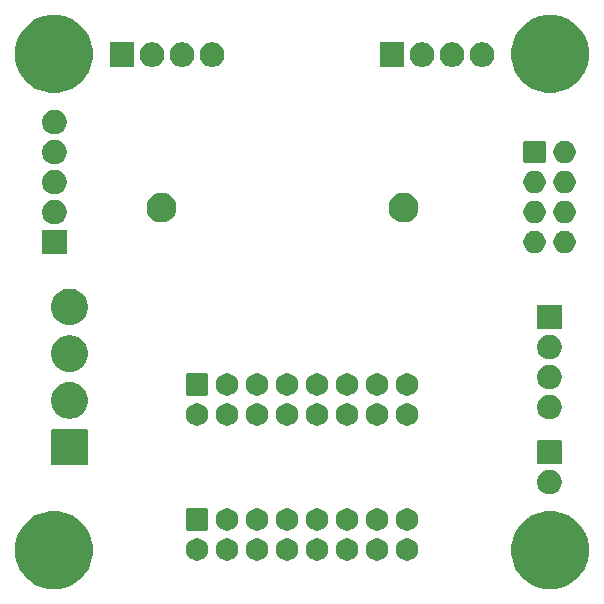
<source format=gbs>
G04 #@! TF.GenerationSoftware,KiCad,Pcbnew,5.1.5+dfsg1-2build2*
G04 #@! TF.CreationDate,2021-05-10T22:18:05+03:00*
G04 #@! TF.ProjectId,HUB75_Clock,48554237-355f-4436-9c6f-636b2e6b6963,rev?*
G04 #@! TF.SameCoordinates,Original*
G04 #@! TF.FileFunction,Soldermask,Bot*
G04 #@! TF.FilePolarity,Negative*
%FSLAX46Y46*%
G04 Gerber Fmt 4.6, Leading zero omitted, Abs format (unit mm)*
G04 Created by KiCad (PCBNEW 5.1.5+dfsg1-2build2) date 2021-05-10 22:18:05*
%MOMM*%
%LPD*%
G04 APERTURE LIST*
%ADD10C,0.100000*%
G04 APERTURE END LIST*
D10*
G36*
X170462865Y-122825855D02*
G01*
X171063608Y-123074691D01*
X171063610Y-123074692D01*
X171604265Y-123435946D01*
X172064054Y-123895735D01*
X172375643Y-124362061D01*
X172425309Y-124436392D01*
X172674145Y-125037135D01*
X172801000Y-125674879D01*
X172801000Y-126325121D01*
X172674145Y-126962865D01*
X172531284Y-127307761D01*
X172425308Y-127563610D01*
X172064054Y-128104265D01*
X171604265Y-128564054D01*
X171063610Y-128925308D01*
X171063609Y-128925309D01*
X171063608Y-128925309D01*
X170462865Y-129174145D01*
X169825121Y-129301000D01*
X169174879Y-129301000D01*
X168537135Y-129174145D01*
X167936392Y-128925309D01*
X167936391Y-128925309D01*
X167936390Y-128925308D01*
X167395735Y-128564054D01*
X166935946Y-128104265D01*
X166574692Y-127563610D01*
X166468716Y-127307761D01*
X166325855Y-126962865D01*
X166199000Y-126325121D01*
X166199000Y-125674879D01*
X166325855Y-125037135D01*
X166574691Y-124436392D01*
X166624357Y-124362061D01*
X166935946Y-123895735D01*
X167395735Y-123435946D01*
X167936390Y-123074692D01*
X167936392Y-123074691D01*
X168537135Y-122825855D01*
X169174879Y-122699000D01*
X169825121Y-122699000D01*
X170462865Y-122825855D01*
G37*
G36*
X128462865Y-122825855D02*
G01*
X129063608Y-123074691D01*
X129063610Y-123074692D01*
X129604265Y-123435946D01*
X130064054Y-123895735D01*
X130375643Y-124362061D01*
X130425309Y-124436392D01*
X130674145Y-125037135D01*
X130801000Y-125674879D01*
X130801000Y-126325121D01*
X130674145Y-126962865D01*
X130531284Y-127307761D01*
X130425308Y-127563610D01*
X130064054Y-128104265D01*
X129604265Y-128564054D01*
X129063610Y-128925308D01*
X129063609Y-128925309D01*
X129063608Y-128925309D01*
X128462865Y-129174145D01*
X127825121Y-129301000D01*
X127174879Y-129301000D01*
X126537135Y-129174145D01*
X125936392Y-128925309D01*
X125936391Y-128925309D01*
X125936390Y-128925308D01*
X125395735Y-128564054D01*
X124935946Y-128104265D01*
X124574692Y-127563610D01*
X124468716Y-127307761D01*
X124325855Y-126962865D01*
X124199000Y-126325121D01*
X124199000Y-125674879D01*
X124325855Y-125037135D01*
X124574691Y-124436392D01*
X124624357Y-124362061D01*
X124935946Y-123895735D01*
X125395735Y-123435946D01*
X125936390Y-123074692D01*
X125936392Y-123074691D01*
X126537135Y-122825855D01*
X127174879Y-122699000D01*
X127825121Y-122699000D01*
X128462865Y-122825855D01*
G37*
G36*
X157667395Y-125040546D02*
G01*
X157840466Y-125112234D01*
X157840467Y-125112235D01*
X157996227Y-125216310D01*
X158128690Y-125348773D01*
X158128691Y-125348775D01*
X158232766Y-125504534D01*
X158304454Y-125677605D01*
X158341000Y-125861333D01*
X158341000Y-126048667D01*
X158304454Y-126232395D01*
X158232766Y-126405466D01*
X158232765Y-126405467D01*
X158128690Y-126561227D01*
X157996227Y-126693690D01*
X157917818Y-126746081D01*
X157840466Y-126797766D01*
X157667395Y-126869454D01*
X157483667Y-126906000D01*
X157296333Y-126906000D01*
X157112605Y-126869454D01*
X156939534Y-126797766D01*
X156862182Y-126746081D01*
X156783773Y-126693690D01*
X156651310Y-126561227D01*
X156547235Y-126405467D01*
X156547234Y-126405466D01*
X156475546Y-126232395D01*
X156439000Y-126048667D01*
X156439000Y-125861333D01*
X156475546Y-125677605D01*
X156547234Y-125504534D01*
X156651309Y-125348775D01*
X156651310Y-125348773D01*
X156783773Y-125216310D01*
X156939533Y-125112235D01*
X156939534Y-125112234D01*
X157112605Y-125040546D01*
X157296333Y-125004000D01*
X157483667Y-125004000D01*
X157667395Y-125040546D01*
G37*
G36*
X150047395Y-125040546D02*
G01*
X150220466Y-125112234D01*
X150220467Y-125112235D01*
X150376227Y-125216310D01*
X150508690Y-125348773D01*
X150508691Y-125348775D01*
X150612766Y-125504534D01*
X150684454Y-125677605D01*
X150721000Y-125861333D01*
X150721000Y-126048667D01*
X150684454Y-126232395D01*
X150612766Y-126405466D01*
X150612765Y-126405467D01*
X150508690Y-126561227D01*
X150376227Y-126693690D01*
X150297818Y-126746081D01*
X150220466Y-126797766D01*
X150047395Y-126869454D01*
X149863667Y-126906000D01*
X149676333Y-126906000D01*
X149492605Y-126869454D01*
X149319534Y-126797766D01*
X149242182Y-126746081D01*
X149163773Y-126693690D01*
X149031310Y-126561227D01*
X148927235Y-126405467D01*
X148927234Y-126405466D01*
X148855546Y-126232395D01*
X148819000Y-126048667D01*
X148819000Y-125861333D01*
X148855546Y-125677605D01*
X148927234Y-125504534D01*
X149031309Y-125348775D01*
X149031310Y-125348773D01*
X149163773Y-125216310D01*
X149319533Y-125112235D01*
X149319534Y-125112234D01*
X149492605Y-125040546D01*
X149676333Y-125004000D01*
X149863667Y-125004000D01*
X150047395Y-125040546D01*
G37*
G36*
X139887395Y-125040546D02*
G01*
X140060466Y-125112234D01*
X140060467Y-125112235D01*
X140216227Y-125216310D01*
X140348690Y-125348773D01*
X140348691Y-125348775D01*
X140452766Y-125504534D01*
X140524454Y-125677605D01*
X140561000Y-125861333D01*
X140561000Y-126048667D01*
X140524454Y-126232395D01*
X140452766Y-126405466D01*
X140452765Y-126405467D01*
X140348690Y-126561227D01*
X140216227Y-126693690D01*
X140137818Y-126746081D01*
X140060466Y-126797766D01*
X139887395Y-126869454D01*
X139703667Y-126906000D01*
X139516333Y-126906000D01*
X139332605Y-126869454D01*
X139159534Y-126797766D01*
X139082182Y-126746081D01*
X139003773Y-126693690D01*
X138871310Y-126561227D01*
X138767235Y-126405467D01*
X138767234Y-126405466D01*
X138695546Y-126232395D01*
X138659000Y-126048667D01*
X138659000Y-125861333D01*
X138695546Y-125677605D01*
X138767234Y-125504534D01*
X138871309Y-125348775D01*
X138871310Y-125348773D01*
X139003773Y-125216310D01*
X139159533Y-125112235D01*
X139159534Y-125112234D01*
X139332605Y-125040546D01*
X139516333Y-125004000D01*
X139703667Y-125004000D01*
X139887395Y-125040546D01*
G37*
G36*
X142427395Y-125040546D02*
G01*
X142600466Y-125112234D01*
X142600467Y-125112235D01*
X142756227Y-125216310D01*
X142888690Y-125348773D01*
X142888691Y-125348775D01*
X142992766Y-125504534D01*
X143064454Y-125677605D01*
X143101000Y-125861333D01*
X143101000Y-126048667D01*
X143064454Y-126232395D01*
X142992766Y-126405466D01*
X142992765Y-126405467D01*
X142888690Y-126561227D01*
X142756227Y-126693690D01*
X142677818Y-126746081D01*
X142600466Y-126797766D01*
X142427395Y-126869454D01*
X142243667Y-126906000D01*
X142056333Y-126906000D01*
X141872605Y-126869454D01*
X141699534Y-126797766D01*
X141622182Y-126746081D01*
X141543773Y-126693690D01*
X141411310Y-126561227D01*
X141307235Y-126405467D01*
X141307234Y-126405466D01*
X141235546Y-126232395D01*
X141199000Y-126048667D01*
X141199000Y-125861333D01*
X141235546Y-125677605D01*
X141307234Y-125504534D01*
X141411309Y-125348775D01*
X141411310Y-125348773D01*
X141543773Y-125216310D01*
X141699533Y-125112235D01*
X141699534Y-125112234D01*
X141872605Y-125040546D01*
X142056333Y-125004000D01*
X142243667Y-125004000D01*
X142427395Y-125040546D01*
G37*
G36*
X144967395Y-125040546D02*
G01*
X145140466Y-125112234D01*
X145140467Y-125112235D01*
X145296227Y-125216310D01*
X145428690Y-125348773D01*
X145428691Y-125348775D01*
X145532766Y-125504534D01*
X145604454Y-125677605D01*
X145641000Y-125861333D01*
X145641000Y-126048667D01*
X145604454Y-126232395D01*
X145532766Y-126405466D01*
X145532765Y-126405467D01*
X145428690Y-126561227D01*
X145296227Y-126693690D01*
X145217818Y-126746081D01*
X145140466Y-126797766D01*
X144967395Y-126869454D01*
X144783667Y-126906000D01*
X144596333Y-126906000D01*
X144412605Y-126869454D01*
X144239534Y-126797766D01*
X144162182Y-126746081D01*
X144083773Y-126693690D01*
X143951310Y-126561227D01*
X143847235Y-126405467D01*
X143847234Y-126405466D01*
X143775546Y-126232395D01*
X143739000Y-126048667D01*
X143739000Y-125861333D01*
X143775546Y-125677605D01*
X143847234Y-125504534D01*
X143951309Y-125348775D01*
X143951310Y-125348773D01*
X144083773Y-125216310D01*
X144239533Y-125112235D01*
X144239534Y-125112234D01*
X144412605Y-125040546D01*
X144596333Y-125004000D01*
X144783667Y-125004000D01*
X144967395Y-125040546D01*
G37*
G36*
X147507395Y-125040546D02*
G01*
X147680466Y-125112234D01*
X147680467Y-125112235D01*
X147836227Y-125216310D01*
X147968690Y-125348773D01*
X147968691Y-125348775D01*
X148072766Y-125504534D01*
X148144454Y-125677605D01*
X148181000Y-125861333D01*
X148181000Y-126048667D01*
X148144454Y-126232395D01*
X148072766Y-126405466D01*
X148072765Y-126405467D01*
X147968690Y-126561227D01*
X147836227Y-126693690D01*
X147757818Y-126746081D01*
X147680466Y-126797766D01*
X147507395Y-126869454D01*
X147323667Y-126906000D01*
X147136333Y-126906000D01*
X146952605Y-126869454D01*
X146779534Y-126797766D01*
X146702182Y-126746081D01*
X146623773Y-126693690D01*
X146491310Y-126561227D01*
X146387235Y-126405467D01*
X146387234Y-126405466D01*
X146315546Y-126232395D01*
X146279000Y-126048667D01*
X146279000Y-125861333D01*
X146315546Y-125677605D01*
X146387234Y-125504534D01*
X146491309Y-125348775D01*
X146491310Y-125348773D01*
X146623773Y-125216310D01*
X146779533Y-125112235D01*
X146779534Y-125112234D01*
X146952605Y-125040546D01*
X147136333Y-125004000D01*
X147323667Y-125004000D01*
X147507395Y-125040546D01*
G37*
G36*
X152587395Y-125040546D02*
G01*
X152760466Y-125112234D01*
X152760467Y-125112235D01*
X152916227Y-125216310D01*
X153048690Y-125348773D01*
X153048691Y-125348775D01*
X153152766Y-125504534D01*
X153224454Y-125677605D01*
X153261000Y-125861333D01*
X153261000Y-126048667D01*
X153224454Y-126232395D01*
X153152766Y-126405466D01*
X153152765Y-126405467D01*
X153048690Y-126561227D01*
X152916227Y-126693690D01*
X152837818Y-126746081D01*
X152760466Y-126797766D01*
X152587395Y-126869454D01*
X152403667Y-126906000D01*
X152216333Y-126906000D01*
X152032605Y-126869454D01*
X151859534Y-126797766D01*
X151782182Y-126746081D01*
X151703773Y-126693690D01*
X151571310Y-126561227D01*
X151467235Y-126405467D01*
X151467234Y-126405466D01*
X151395546Y-126232395D01*
X151359000Y-126048667D01*
X151359000Y-125861333D01*
X151395546Y-125677605D01*
X151467234Y-125504534D01*
X151571309Y-125348775D01*
X151571310Y-125348773D01*
X151703773Y-125216310D01*
X151859533Y-125112235D01*
X151859534Y-125112234D01*
X152032605Y-125040546D01*
X152216333Y-125004000D01*
X152403667Y-125004000D01*
X152587395Y-125040546D01*
G37*
G36*
X155127395Y-125040546D02*
G01*
X155300466Y-125112234D01*
X155300467Y-125112235D01*
X155456227Y-125216310D01*
X155588690Y-125348773D01*
X155588691Y-125348775D01*
X155692766Y-125504534D01*
X155764454Y-125677605D01*
X155801000Y-125861333D01*
X155801000Y-126048667D01*
X155764454Y-126232395D01*
X155692766Y-126405466D01*
X155692765Y-126405467D01*
X155588690Y-126561227D01*
X155456227Y-126693690D01*
X155377818Y-126746081D01*
X155300466Y-126797766D01*
X155127395Y-126869454D01*
X154943667Y-126906000D01*
X154756333Y-126906000D01*
X154572605Y-126869454D01*
X154399534Y-126797766D01*
X154322182Y-126746081D01*
X154243773Y-126693690D01*
X154111310Y-126561227D01*
X154007235Y-126405467D01*
X154007234Y-126405466D01*
X153935546Y-126232395D01*
X153899000Y-126048667D01*
X153899000Y-125861333D01*
X153935546Y-125677605D01*
X154007234Y-125504534D01*
X154111309Y-125348775D01*
X154111310Y-125348773D01*
X154243773Y-125216310D01*
X154399533Y-125112235D01*
X154399534Y-125112234D01*
X154572605Y-125040546D01*
X154756333Y-125004000D01*
X154943667Y-125004000D01*
X155127395Y-125040546D01*
G37*
G36*
X140420723Y-122467939D02*
G01*
X140453280Y-122477815D01*
X140483276Y-122493848D01*
X140509572Y-122515428D01*
X140531152Y-122541724D01*
X140547185Y-122571720D01*
X140557061Y-122604277D01*
X140561000Y-122644269D01*
X140561000Y-124185731D01*
X140557061Y-124225723D01*
X140547185Y-124258280D01*
X140531152Y-124288276D01*
X140509572Y-124314572D01*
X140483276Y-124336152D01*
X140453280Y-124352185D01*
X140420723Y-124362061D01*
X140380731Y-124366000D01*
X138839269Y-124366000D01*
X138799277Y-124362061D01*
X138766720Y-124352185D01*
X138736724Y-124336152D01*
X138710428Y-124314572D01*
X138688848Y-124288276D01*
X138672815Y-124258280D01*
X138662939Y-124225723D01*
X138659000Y-124185731D01*
X138659000Y-122644269D01*
X138662939Y-122604277D01*
X138672815Y-122571720D01*
X138688848Y-122541724D01*
X138710428Y-122515428D01*
X138736724Y-122493848D01*
X138766720Y-122477815D01*
X138799277Y-122467939D01*
X138839269Y-122464000D01*
X140380731Y-122464000D01*
X140420723Y-122467939D01*
G37*
G36*
X142427395Y-122500546D02*
G01*
X142600466Y-122572234D01*
X142677818Y-122623919D01*
X142756227Y-122676310D01*
X142888690Y-122808773D01*
X142888691Y-122808775D01*
X142992766Y-122964534D01*
X143064454Y-123137605D01*
X143101000Y-123321333D01*
X143101000Y-123508667D01*
X143064454Y-123692395D01*
X142992766Y-123865466D01*
X142992765Y-123865467D01*
X142888690Y-124021227D01*
X142756227Y-124153690D01*
X142708274Y-124185731D01*
X142600466Y-124257766D01*
X142427395Y-124329454D01*
X142243667Y-124366000D01*
X142056333Y-124366000D01*
X141872605Y-124329454D01*
X141699534Y-124257766D01*
X141591726Y-124185731D01*
X141543773Y-124153690D01*
X141411310Y-124021227D01*
X141307235Y-123865467D01*
X141307234Y-123865466D01*
X141235546Y-123692395D01*
X141199000Y-123508667D01*
X141199000Y-123321333D01*
X141235546Y-123137605D01*
X141307234Y-122964534D01*
X141411309Y-122808775D01*
X141411310Y-122808773D01*
X141543773Y-122676310D01*
X141622182Y-122623919D01*
X141699534Y-122572234D01*
X141872605Y-122500546D01*
X142056333Y-122464000D01*
X142243667Y-122464000D01*
X142427395Y-122500546D01*
G37*
G36*
X144967395Y-122500546D02*
G01*
X145140466Y-122572234D01*
X145217818Y-122623919D01*
X145296227Y-122676310D01*
X145428690Y-122808773D01*
X145428691Y-122808775D01*
X145532766Y-122964534D01*
X145604454Y-123137605D01*
X145641000Y-123321333D01*
X145641000Y-123508667D01*
X145604454Y-123692395D01*
X145532766Y-123865466D01*
X145532765Y-123865467D01*
X145428690Y-124021227D01*
X145296227Y-124153690D01*
X145248274Y-124185731D01*
X145140466Y-124257766D01*
X144967395Y-124329454D01*
X144783667Y-124366000D01*
X144596333Y-124366000D01*
X144412605Y-124329454D01*
X144239534Y-124257766D01*
X144131726Y-124185731D01*
X144083773Y-124153690D01*
X143951310Y-124021227D01*
X143847235Y-123865467D01*
X143847234Y-123865466D01*
X143775546Y-123692395D01*
X143739000Y-123508667D01*
X143739000Y-123321333D01*
X143775546Y-123137605D01*
X143847234Y-122964534D01*
X143951309Y-122808775D01*
X143951310Y-122808773D01*
X144083773Y-122676310D01*
X144162182Y-122623919D01*
X144239534Y-122572234D01*
X144412605Y-122500546D01*
X144596333Y-122464000D01*
X144783667Y-122464000D01*
X144967395Y-122500546D01*
G37*
G36*
X147507395Y-122500546D02*
G01*
X147680466Y-122572234D01*
X147757818Y-122623919D01*
X147836227Y-122676310D01*
X147968690Y-122808773D01*
X147968691Y-122808775D01*
X148072766Y-122964534D01*
X148144454Y-123137605D01*
X148181000Y-123321333D01*
X148181000Y-123508667D01*
X148144454Y-123692395D01*
X148072766Y-123865466D01*
X148072765Y-123865467D01*
X147968690Y-124021227D01*
X147836227Y-124153690D01*
X147788274Y-124185731D01*
X147680466Y-124257766D01*
X147507395Y-124329454D01*
X147323667Y-124366000D01*
X147136333Y-124366000D01*
X146952605Y-124329454D01*
X146779534Y-124257766D01*
X146671726Y-124185731D01*
X146623773Y-124153690D01*
X146491310Y-124021227D01*
X146387235Y-123865467D01*
X146387234Y-123865466D01*
X146315546Y-123692395D01*
X146279000Y-123508667D01*
X146279000Y-123321333D01*
X146315546Y-123137605D01*
X146387234Y-122964534D01*
X146491309Y-122808775D01*
X146491310Y-122808773D01*
X146623773Y-122676310D01*
X146702182Y-122623919D01*
X146779534Y-122572234D01*
X146952605Y-122500546D01*
X147136333Y-122464000D01*
X147323667Y-122464000D01*
X147507395Y-122500546D01*
G37*
G36*
X150047395Y-122500546D02*
G01*
X150220466Y-122572234D01*
X150297818Y-122623919D01*
X150376227Y-122676310D01*
X150508690Y-122808773D01*
X150508691Y-122808775D01*
X150612766Y-122964534D01*
X150684454Y-123137605D01*
X150721000Y-123321333D01*
X150721000Y-123508667D01*
X150684454Y-123692395D01*
X150612766Y-123865466D01*
X150612765Y-123865467D01*
X150508690Y-124021227D01*
X150376227Y-124153690D01*
X150328274Y-124185731D01*
X150220466Y-124257766D01*
X150047395Y-124329454D01*
X149863667Y-124366000D01*
X149676333Y-124366000D01*
X149492605Y-124329454D01*
X149319534Y-124257766D01*
X149211726Y-124185731D01*
X149163773Y-124153690D01*
X149031310Y-124021227D01*
X148927235Y-123865467D01*
X148927234Y-123865466D01*
X148855546Y-123692395D01*
X148819000Y-123508667D01*
X148819000Y-123321333D01*
X148855546Y-123137605D01*
X148927234Y-122964534D01*
X149031309Y-122808775D01*
X149031310Y-122808773D01*
X149163773Y-122676310D01*
X149242182Y-122623919D01*
X149319534Y-122572234D01*
X149492605Y-122500546D01*
X149676333Y-122464000D01*
X149863667Y-122464000D01*
X150047395Y-122500546D01*
G37*
G36*
X152587395Y-122500546D02*
G01*
X152760466Y-122572234D01*
X152837818Y-122623919D01*
X152916227Y-122676310D01*
X153048690Y-122808773D01*
X153048691Y-122808775D01*
X153152766Y-122964534D01*
X153224454Y-123137605D01*
X153261000Y-123321333D01*
X153261000Y-123508667D01*
X153224454Y-123692395D01*
X153152766Y-123865466D01*
X153152765Y-123865467D01*
X153048690Y-124021227D01*
X152916227Y-124153690D01*
X152868274Y-124185731D01*
X152760466Y-124257766D01*
X152587395Y-124329454D01*
X152403667Y-124366000D01*
X152216333Y-124366000D01*
X152032605Y-124329454D01*
X151859534Y-124257766D01*
X151751726Y-124185731D01*
X151703773Y-124153690D01*
X151571310Y-124021227D01*
X151467235Y-123865467D01*
X151467234Y-123865466D01*
X151395546Y-123692395D01*
X151359000Y-123508667D01*
X151359000Y-123321333D01*
X151395546Y-123137605D01*
X151467234Y-122964534D01*
X151571309Y-122808775D01*
X151571310Y-122808773D01*
X151703773Y-122676310D01*
X151782182Y-122623919D01*
X151859534Y-122572234D01*
X152032605Y-122500546D01*
X152216333Y-122464000D01*
X152403667Y-122464000D01*
X152587395Y-122500546D01*
G37*
G36*
X155127395Y-122500546D02*
G01*
X155300466Y-122572234D01*
X155377818Y-122623919D01*
X155456227Y-122676310D01*
X155588690Y-122808773D01*
X155588691Y-122808775D01*
X155692766Y-122964534D01*
X155764454Y-123137605D01*
X155801000Y-123321333D01*
X155801000Y-123508667D01*
X155764454Y-123692395D01*
X155692766Y-123865466D01*
X155692765Y-123865467D01*
X155588690Y-124021227D01*
X155456227Y-124153690D01*
X155408274Y-124185731D01*
X155300466Y-124257766D01*
X155127395Y-124329454D01*
X154943667Y-124366000D01*
X154756333Y-124366000D01*
X154572605Y-124329454D01*
X154399534Y-124257766D01*
X154291726Y-124185731D01*
X154243773Y-124153690D01*
X154111310Y-124021227D01*
X154007235Y-123865467D01*
X154007234Y-123865466D01*
X153935546Y-123692395D01*
X153899000Y-123508667D01*
X153899000Y-123321333D01*
X153935546Y-123137605D01*
X154007234Y-122964534D01*
X154111309Y-122808775D01*
X154111310Y-122808773D01*
X154243773Y-122676310D01*
X154322182Y-122623919D01*
X154399534Y-122572234D01*
X154572605Y-122500546D01*
X154756333Y-122464000D01*
X154943667Y-122464000D01*
X155127395Y-122500546D01*
G37*
G36*
X157667395Y-122500546D02*
G01*
X157840466Y-122572234D01*
X157917818Y-122623919D01*
X157996227Y-122676310D01*
X158128690Y-122808773D01*
X158128691Y-122808775D01*
X158232766Y-122964534D01*
X158304454Y-123137605D01*
X158341000Y-123321333D01*
X158341000Y-123508667D01*
X158304454Y-123692395D01*
X158232766Y-123865466D01*
X158232765Y-123865467D01*
X158128690Y-124021227D01*
X157996227Y-124153690D01*
X157948274Y-124185731D01*
X157840466Y-124257766D01*
X157667395Y-124329454D01*
X157483667Y-124366000D01*
X157296333Y-124366000D01*
X157112605Y-124329454D01*
X156939534Y-124257766D01*
X156831726Y-124185731D01*
X156783773Y-124153690D01*
X156651310Y-124021227D01*
X156547235Y-123865467D01*
X156547234Y-123865466D01*
X156475546Y-123692395D01*
X156439000Y-123508667D01*
X156439000Y-123321333D01*
X156475546Y-123137605D01*
X156547234Y-122964534D01*
X156651309Y-122808775D01*
X156651310Y-122808773D01*
X156783773Y-122676310D01*
X156862182Y-122623919D01*
X156939534Y-122572234D01*
X157112605Y-122500546D01*
X157296333Y-122464000D01*
X157483667Y-122464000D01*
X157667395Y-122500546D01*
G37*
G36*
X169761564Y-119229389D02*
G01*
X169952833Y-119308615D01*
X169952835Y-119308616D01*
X170124973Y-119423635D01*
X170271365Y-119570027D01*
X170386385Y-119742167D01*
X170465611Y-119933436D01*
X170506000Y-120136484D01*
X170506000Y-120343516D01*
X170465611Y-120546564D01*
X170386385Y-120737833D01*
X170386384Y-120737835D01*
X170271365Y-120909973D01*
X170124973Y-121056365D01*
X169952835Y-121171384D01*
X169952834Y-121171385D01*
X169952833Y-121171385D01*
X169761564Y-121250611D01*
X169558516Y-121291000D01*
X169351484Y-121291000D01*
X169148436Y-121250611D01*
X168957167Y-121171385D01*
X168957166Y-121171385D01*
X168957165Y-121171384D01*
X168785027Y-121056365D01*
X168638635Y-120909973D01*
X168523616Y-120737835D01*
X168523615Y-120737833D01*
X168444389Y-120546564D01*
X168404000Y-120343516D01*
X168404000Y-120136484D01*
X168444389Y-119933436D01*
X168523615Y-119742167D01*
X168638635Y-119570027D01*
X168785027Y-119423635D01*
X168957165Y-119308616D01*
X168957167Y-119308615D01*
X169148436Y-119229389D01*
X169351484Y-119189000D01*
X169558516Y-119189000D01*
X169761564Y-119229389D01*
G37*
G36*
X130242555Y-115742537D02*
G01*
X130271188Y-115751223D01*
X130297572Y-115765326D01*
X130320697Y-115784303D01*
X130339674Y-115807428D01*
X130353777Y-115833812D01*
X130362463Y-115862445D01*
X130366000Y-115898356D01*
X130366000Y-118681644D01*
X130362463Y-118717555D01*
X130353777Y-118746188D01*
X130339674Y-118772572D01*
X130320697Y-118795697D01*
X130297572Y-118814674D01*
X130271188Y-118828777D01*
X130242555Y-118837463D01*
X130206644Y-118841000D01*
X127423356Y-118841000D01*
X127387445Y-118837463D01*
X127358812Y-118828777D01*
X127332428Y-118814674D01*
X127309303Y-118795697D01*
X127290326Y-118772572D01*
X127276223Y-118746188D01*
X127267537Y-118717555D01*
X127264000Y-118681644D01*
X127264000Y-115898356D01*
X127267537Y-115862445D01*
X127276223Y-115833812D01*
X127290326Y-115807428D01*
X127309303Y-115784303D01*
X127332428Y-115765326D01*
X127358812Y-115751223D01*
X127387445Y-115742537D01*
X127423356Y-115739000D01*
X130206644Y-115739000D01*
X130242555Y-115742537D01*
G37*
G36*
X170343346Y-116653473D02*
G01*
X170381119Y-116664931D01*
X170415920Y-116683533D01*
X170446429Y-116708571D01*
X170471467Y-116739080D01*
X170490069Y-116773881D01*
X170501527Y-116811654D01*
X170506000Y-116857068D01*
X170506000Y-118542932D01*
X170501527Y-118588346D01*
X170490069Y-118626119D01*
X170471467Y-118660920D01*
X170446429Y-118691429D01*
X170415920Y-118716467D01*
X170381119Y-118735069D01*
X170343346Y-118746527D01*
X170297932Y-118751000D01*
X168612068Y-118751000D01*
X168566654Y-118746527D01*
X168528881Y-118735069D01*
X168494080Y-118716467D01*
X168463571Y-118691429D01*
X168438533Y-118660920D01*
X168419931Y-118626119D01*
X168408473Y-118588346D01*
X168404000Y-118542932D01*
X168404000Y-116857068D01*
X168408473Y-116811654D01*
X168419931Y-116773881D01*
X168438533Y-116739080D01*
X168463571Y-116708571D01*
X168494080Y-116683533D01*
X168528881Y-116664931D01*
X168566654Y-116653473D01*
X168612068Y-116649000D01*
X170297932Y-116649000D01*
X170343346Y-116653473D01*
G37*
G36*
X155127395Y-113610546D02*
G01*
X155300466Y-113682234D01*
X155300467Y-113682235D01*
X155456227Y-113786310D01*
X155588690Y-113918773D01*
X155588691Y-113918775D01*
X155692766Y-114074534D01*
X155764454Y-114247605D01*
X155801000Y-114431333D01*
X155801000Y-114618667D01*
X155764454Y-114802395D01*
X155692766Y-114975466D01*
X155692765Y-114975467D01*
X155588690Y-115131227D01*
X155456227Y-115263690D01*
X155377818Y-115316081D01*
X155300466Y-115367766D01*
X155127395Y-115439454D01*
X154943667Y-115476000D01*
X154756333Y-115476000D01*
X154572605Y-115439454D01*
X154399534Y-115367766D01*
X154322182Y-115316081D01*
X154243773Y-115263690D01*
X154111310Y-115131227D01*
X154007235Y-114975467D01*
X154007234Y-114975466D01*
X153935546Y-114802395D01*
X153899000Y-114618667D01*
X153899000Y-114431333D01*
X153935546Y-114247605D01*
X154007234Y-114074534D01*
X154111309Y-113918775D01*
X154111310Y-113918773D01*
X154243773Y-113786310D01*
X154399533Y-113682235D01*
X154399534Y-113682234D01*
X154572605Y-113610546D01*
X154756333Y-113574000D01*
X154943667Y-113574000D01*
X155127395Y-113610546D01*
G37*
G36*
X152587395Y-113610546D02*
G01*
X152760466Y-113682234D01*
X152760467Y-113682235D01*
X152916227Y-113786310D01*
X153048690Y-113918773D01*
X153048691Y-113918775D01*
X153152766Y-114074534D01*
X153224454Y-114247605D01*
X153261000Y-114431333D01*
X153261000Y-114618667D01*
X153224454Y-114802395D01*
X153152766Y-114975466D01*
X153152765Y-114975467D01*
X153048690Y-115131227D01*
X152916227Y-115263690D01*
X152837818Y-115316081D01*
X152760466Y-115367766D01*
X152587395Y-115439454D01*
X152403667Y-115476000D01*
X152216333Y-115476000D01*
X152032605Y-115439454D01*
X151859534Y-115367766D01*
X151782182Y-115316081D01*
X151703773Y-115263690D01*
X151571310Y-115131227D01*
X151467235Y-114975467D01*
X151467234Y-114975466D01*
X151395546Y-114802395D01*
X151359000Y-114618667D01*
X151359000Y-114431333D01*
X151395546Y-114247605D01*
X151467234Y-114074534D01*
X151571309Y-113918775D01*
X151571310Y-113918773D01*
X151703773Y-113786310D01*
X151859533Y-113682235D01*
X151859534Y-113682234D01*
X152032605Y-113610546D01*
X152216333Y-113574000D01*
X152403667Y-113574000D01*
X152587395Y-113610546D01*
G37*
G36*
X157667395Y-113610546D02*
G01*
X157840466Y-113682234D01*
X157840467Y-113682235D01*
X157996227Y-113786310D01*
X158128690Y-113918773D01*
X158128691Y-113918775D01*
X158232766Y-114074534D01*
X158304454Y-114247605D01*
X158341000Y-114431333D01*
X158341000Y-114618667D01*
X158304454Y-114802395D01*
X158232766Y-114975466D01*
X158232765Y-114975467D01*
X158128690Y-115131227D01*
X157996227Y-115263690D01*
X157917818Y-115316081D01*
X157840466Y-115367766D01*
X157667395Y-115439454D01*
X157483667Y-115476000D01*
X157296333Y-115476000D01*
X157112605Y-115439454D01*
X156939534Y-115367766D01*
X156862182Y-115316081D01*
X156783773Y-115263690D01*
X156651310Y-115131227D01*
X156547235Y-114975467D01*
X156547234Y-114975466D01*
X156475546Y-114802395D01*
X156439000Y-114618667D01*
X156439000Y-114431333D01*
X156475546Y-114247605D01*
X156547234Y-114074534D01*
X156651309Y-113918775D01*
X156651310Y-113918773D01*
X156783773Y-113786310D01*
X156939533Y-113682235D01*
X156939534Y-113682234D01*
X157112605Y-113610546D01*
X157296333Y-113574000D01*
X157483667Y-113574000D01*
X157667395Y-113610546D01*
G37*
G36*
X150047395Y-113610546D02*
G01*
X150220466Y-113682234D01*
X150220467Y-113682235D01*
X150376227Y-113786310D01*
X150508690Y-113918773D01*
X150508691Y-113918775D01*
X150612766Y-114074534D01*
X150684454Y-114247605D01*
X150721000Y-114431333D01*
X150721000Y-114618667D01*
X150684454Y-114802395D01*
X150612766Y-114975466D01*
X150612765Y-114975467D01*
X150508690Y-115131227D01*
X150376227Y-115263690D01*
X150297818Y-115316081D01*
X150220466Y-115367766D01*
X150047395Y-115439454D01*
X149863667Y-115476000D01*
X149676333Y-115476000D01*
X149492605Y-115439454D01*
X149319534Y-115367766D01*
X149242182Y-115316081D01*
X149163773Y-115263690D01*
X149031310Y-115131227D01*
X148927235Y-114975467D01*
X148927234Y-114975466D01*
X148855546Y-114802395D01*
X148819000Y-114618667D01*
X148819000Y-114431333D01*
X148855546Y-114247605D01*
X148927234Y-114074534D01*
X149031309Y-113918775D01*
X149031310Y-113918773D01*
X149163773Y-113786310D01*
X149319533Y-113682235D01*
X149319534Y-113682234D01*
X149492605Y-113610546D01*
X149676333Y-113574000D01*
X149863667Y-113574000D01*
X150047395Y-113610546D01*
G37*
G36*
X147507395Y-113610546D02*
G01*
X147680466Y-113682234D01*
X147680467Y-113682235D01*
X147836227Y-113786310D01*
X147968690Y-113918773D01*
X147968691Y-113918775D01*
X148072766Y-114074534D01*
X148144454Y-114247605D01*
X148181000Y-114431333D01*
X148181000Y-114618667D01*
X148144454Y-114802395D01*
X148072766Y-114975466D01*
X148072765Y-114975467D01*
X147968690Y-115131227D01*
X147836227Y-115263690D01*
X147757818Y-115316081D01*
X147680466Y-115367766D01*
X147507395Y-115439454D01*
X147323667Y-115476000D01*
X147136333Y-115476000D01*
X146952605Y-115439454D01*
X146779534Y-115367766D01*
X146702182Y-115316081D01*
X146623773Y-115263690D01*
X146491310Y-115131227D01*
X146387235Y-114975467D01*
X146387234Y-114975466D01*
X146315546Y-114802395D01*
X146279000Y-114618667D01*
X146279000Y-114431333D01*
X146315546Y-114247605D01*
X146387234Y-114074534D01*
X146491309Y-113918775D01*
X146491310Y-113918773D01*
X146623773Y-113786310D01*
X146779533Y-113682235D01*
X146779534Y-113682234D01*
X146952605Y-113610546D01*
X147136333Y-113574000D01*
X147323667Y-113574000D01*
X147507395Y-113610546D01*
G37*
G36*
X144967395Y-113610546D02*
G01*
X145140466Y-113682234D01*
X145140467Y-113682235D01*
X145296227Y-113786310D01*
X145428690Y-113918773D01*
X145428691Y-113918775D01*
X145532766Y-114074534D01*
X145604454Y-114247605D01*
X145641000Y-114431333D01*
X145641000Y-114618667D01*
X145604454Y-114802395D01*
X145532766Y-114975466D01*
X145532765Y-114975467D01*
X145428690Y-115131227D01*
X145296227Y-115263690D01*
X145217818Y-115316081D01*
X145140466Y-115367766D01*
X144967395Y-115439454D01*
X144783667Y-115476000D01*
X144596333Y-115476000D01*
X144412605Y-115439454D01*
X144239534Y-115367766D01*
X144162182Y-115316081D01*
X144083773Y-115263690D01*
X143951310Y-115131227D01*
X143847235Y-114975467D01*
X143847234Y-114975466D01*
X143775546Y-114802395D01*
X143739000Y-114618667D01*
X143739000Y-114431333D01*
X143775546Y-114247605D01*
X143847234Y-114074534D01*
X143951309Y-113918775D01*
X143951310Y-113918773D01*
X144083773Y-113786310D01*
X144239533Y-113682235D01*
X144239534Y-113682234D01*
X144412605Y-113610546D01*
X144596333Y-113574000D01*
X144783667Y-113574000D01*
X144967395Y-113610546D01*
G37*
G36*
X142427395Y-113610546D02*
G01*
X142600466Y-113682234D01*
X142600467Y-113682235D01*
X142756227Y-113786310D01*
X142888690Y-113918773D01*
X142888691Y-113918775D01*
X142992766Y-114074534D01*
X143064454Y-114247605D01*
X143101000Y-114431333D01*
X143101000Y-114618667D01*
X143064454Y-114802395D01*
X142992766Y-114975466D01*
X142992765Y-114975467D01*
X142888690Y-115131227D01*
X142756227Y-115263690D01*
X142677818Y-115316081D01*
X142600466Y-115367766D01*
X142427395Y-115439454D01*
X142243667Y-115476000D01*
X142056333Y-115476000D01*
X141872605Y-115439454D01*
X141699534Y-115367766D01*
X141622182Y-115316081D01*
X141543773Y-115263690D01*
X141411310Y-115131227D01*
X141307235Y-114975467D01*
X141307234Y-114975466D01*
X141235546Y-114802395D01*
X141199000Y-114618667D01*
X141199000Y-114431333D01*
X141235546Y-114247605D01*
X141307234Y-114074534D01*
X141411309Y-113918775D01*
X141411310Y-113918773D01*
X141543773Y-113786310D01*
X141699533Y-113682235D01*
X141699534Y-113682234D01*
X141872605Y-113610546D01*
X142056333Y-113574000D01*
X142243667Y-113574000D01*
X142427395Y-113610546D01*
G37*
G36*
X139887395Y-113610546D02*
G01*
X140060466Y-113682234D01*
X140060467Y-113682235D01*
X140216227Y-113786310D01*
X140348690Y-113918773D01*
X140348691Y-113918775D01*
X140452766Y-114074534D01*
X140524454Y-114247605D01*
X140561000Y-114431333D01*
X140561000Y-114618667D01*
X140524454Y-114802395D01*
X140452766Y-114975466D01*
X140452765Y-114975467D01*
X140348690Y-115131227D01*
X140216227Y-115263690D01*
X140137818Y-115316081D01*
X140060466Y-115367766D01*
X139887395Y-115439454D01*
X139703667Y-115476000D01*
X139516333Y-115476000D01*
X139332605Y-115439454D01*
X139159534Y-115367766D01*
X139082182Y-115316081D01*
X139003773Y-115263690D01*
X138871310Y-115131227D01*
X138767235Y-114975467D01*
X138767234Y-114975466D01*
X138695546Y-114802395D01*
X138659000Y-114618667D01*
X138659000Y-114431333D01*
X138695546Y-114247605D01*
X138767234Y-114074534D01*
X138871309Y-113918775D01*
X138871310Y-113918773D01*
X139003773Y-113786310D01*
X139159533Y-113682235D01*
X139159534Y-113682234D01*
X139332605Y-113610546D01*
X139516333Y-113574000D01*
X139703667Y-113574000D01*
X139887395Y-113610546D01*
G37*
G36*
X169761564Y-112879389D02*
G01*
X169898235Y-112936000D01*
X169952835Y-112958616D01*
X170124973Y-113073635D01*
X170271365Y-113220027D01*
X170386385Y-113392167D01*
X170465611Y-113583436D01*
X170506000Y-113786484D01*
X170506000Y-113993516D01*
X170465611Y-114196564D01*
X170386385Y-114387833D01*
X170386384Y-114387835D01*
X170271365Y-114559973D01*
X170124973Y-114706365D01*
X169952835Y-114821384D01*
X169952834Y-114821385D01*
X169952833Y-114821385D01*
X169761564Y-114900611D01*
X169558516Y-114941000D01*
X169351484Y-114941000D01*
X169148436Y-114900611D01*
X168957167Y-114821385D01*
X168957166Y-114821385D01*
X168957165Y-114821384D01*
X168785027Y-114706365D01*
X168638635Y-114559973D01*
X168523616Y-114387835D01*
X168523615Y-114387833D01*
X168444389Y-114196564D01*
X168404000Y-113993516D01*
X168404000Y-113786484D01*
X168444389Y-113583436D01*
X168523615Y-113392167D01*
X168638635Y-113220027D01*
X168785027Y-113073635D01*
X168957165Y-112958616D01*
X169011765Y-112936000D01*
X169148436Y-112879389D01*
X169351484Y-112839000D01*
X169558516Y-112839000D01*
X169761564Y-112879389D01*
G37*
G36*
X129117585Y-111808802D02*
G01*
X129267410Y-111838604D01*
X129549674Y-111955521D01*
X129803705Y-112125259D01*
X130019741Y-112341295D01*
X130189479Y-112595326D01*
X130306396Y-112877590D01*
X130366000Y-113177240D01*
X130366000Y-113482760D01*
X130306396Y-113782410D01*
X130189479Y-114064674D01*
X130019741Y-114318705D01*
X129803705Y-114534741D01*
X129549674Y-114704479D01*
X129267410Y-114821396D01*
X129117585Y-114851198D01*
X128967761Y-114881000D01*
X128662239Y-114881000D01*
X128512415Y-114851198D01*
X128362590Y-114821396D01*
X128080326Y-114704479D01*
X127826295Y-114534741D01*
X127610259Y-114318705D01*
X127440521Y-114064674D01*
X127323604Y-113782410D01*
X127264000Y-113482760D01*
X127264000Y-113177240D01*
X127323604Y-112877590D01*
X127440521Y-112595326D01*
X127610259Y-112341295D01*
X127826295Y-112125259D01*
X128080326Y-111955521D01*
X128362590Y-111838604D01*
X128512415Y-111808802D01*
X128662239Y-111779000D01*
X128967761Y-111779000D01*
X129117585Y-111808802D01*
G37*
G36*
X150047395Y-111070546D02*
G01*
X150220466Y-111142234D01*
X150297818Y-111193919D01*
X150376227Y-111246310D01*
X150508690Y-111378773D01*
X150508691Y-111378775D01*
X150612766Y-111534534D01*
X150684454Y-111707605D01*
X150721000Y-111891333D01*
X150721000Y-112078667D01*
X150684454Y-112262395D01*
X150612766Y-112435466D01*
X150612765Y-112435467D01*
X150508690Y-112591227D01*
X150376227Y-112723690D01*
X150328274Y-112755731D01*
X150220466Y-112827766D01*
X150047395Y-112899454D01*
X149863667Y-112936000D01*
X149676333Y-112936000D01*
X149492605Y-112899454D01*
X149319534Y-112827766D01*
X149211726Y-112755731D01*
X149163773Y-112723690D01*
X149031310Y-112591227D01*
X148927235Y-112435467D01*
X148927234Y-112435466D01*
X148855546Y-112262395D01*
X148819000Y-112078667D01*
X148819000Y-111891333D01*
X148855546Y-111707605D01*
X148927234Y-111534534D01*
X149031309Y-111378775D01*
X149031310Y-111378773D01*
X149163773Y-111246310D01*
X149242182Y-111193919D01*
X149319534Y-111142234D01*
X149492605Y-111070546D01*
X149676333Y-111034000D01*
X149863667Y-111034000D01*
X150047395Y-111070546D01*
G37*
G36*
X152587395Y-111070546D02*
G01*
X152760466Y-111142234D01*
X152837818Y-111193919D01*
X152916227Y-111246310D01*
X153048690Y-111378773D01*
X153048691Y-111378775D01*
X153152766Y-111534534D01*
X153224454Y-111707605D01*
X153261000Y-111891333D01*
X153261000Y-112078667D01*
X153224454Y-112262395D01*
X153152766Y-112435466D01*
X153152765Y-112435467D01*
X153048690Y-112591227D01*
X152916227Y-112723690D01*
X152868274Y-112755731D01*
X152760466Y-112827766D01*
X152587395Y-112899454D01*
X152403667Y-112936000D01*
X152216333Y-112936000D01*
X152032605Y-112899454D01*
X151859534Y-112827766D01*
X151751726Y-112755731D01*
X151703773Y-112723690D01*
X151571310Y-112591227D01*
X151467235Y-112435467D01*
X151467234Y-112435466D01*
X151395546Y-112262395D01*
X151359000Y-112078667D01*
X151359000Y-111891333D01*
X151395546Y-111707605D01*
X151467234Y-111534534D01*
X151571309Y-111378775D01*
X151571310Y-111378773D01*
X151703773Y-111246310D01*
X151782182Y-111193919D01*
X151859534Y-111142234D01*
X152032605Y-111070546D01*
X152216333Y-111034000D01*
X152403667Y-111034000D01*
X152587395Y-111070546D01*
G37*
G36*
X155127395Y-111070546D02*
G01*
X155300466Y-111142234D01*
X155377818Y-111193919D01*
X155456227Y-111246310D01*
X155588690Y-111378773D01*
X155588691Y-111378775D01*
X155692766Y-111534534D01*
X155764454Y-111707605D01*
X155801000Y-111891333D01*
X155801000Y-112078667D01*
X155764454Y-112262395D01*
X155692766Y-112435466D01*
X155692765Y-112435467D01*
X155588690Y-112591227D01*
X155456227Y-112723690D01*
X155408274Y-112755731D01*
X155300466Y-112827766D01*
X155127395Y-112899454D01*
X154943667Y-112936000D01*
X154756333Y-112936000D01*
X154572605Y-112899454D01*
X154399534Y-112827766D01*
X154291726Y-112755731D01*
X154243773Y-112723690D01*
X154111310Y-112591227D01*
X154007235Y-112435467D01*
X154007234Y-112435466D01*
X153935546Y-112262395D01*
X153899000Y-112078667D01*
X153899000Y-111891333D01*
X153935546Y-111707605D01*
X154007234Y-111534534D01*
X154111309Y-111378775D01*
X154111310Y-111378773D01*
X154243773Y-111246310D01*
X154322182Y-111193919D01*
X154399534Y-111142234D01*
X154572605Y-111070546D01*
X154756333Y-111034000D01*
X154943667Y-111034000D01*
X155127395Y-111070546D01*
G37*
G36*
X142427395Y-111070546D02*
G01*
X142600466Y-111142234D01*
X142677818Y-111193919D01*
X142756227Y-111246310D01*
X142888690Y-111378773D01*
X142888691Y-111378775D01*
X142992766Y-111534534D01*
X143064454Y-111707605D01*
X143101000Y-111891333D01*
X143101000Y-112078667D01*
X143064454Y-112262395D01*
X142992766Y-112435466D01*
X142992765Y-112435467D01*
X142888690Y-112591227D01*
X142756227Y-112723690D01*
X142708274Y-112755731D01*
X142600466Y-112827766D01*
X142427395Y-112899454D01*
X142243667Y-112936000D01*
X142056333Y-112936000D01*
X141872605Y-112899454D01*
X141699534Y-112827766D01*
X141591726Y-112755731D01*
X141543773Y-112723690D01*
X141411310Y-112591227D01*
X141307235Y-112435467D01*
X141307234Y-112435466D01*
X141235546Y-112262395D01*
X141199000Y-112078667D01*
X141199000Y-111891333D01*
X141235546Y-111707605D01*
X141307234Y-111534534D01*
X141411309Y-111378775D01*
X141411310Y-111378773D01*
X141543773Y-111246310D01*
X141622182Y-111193919D01*
X141699534Y-111142234D01*
X141872605Y-111070546D01*
X142056333Y-111034000D01*
X142243667Y-111034000D01*
X142427395Y-111070546D01*
G37*
G36*
X140420723Y-111037939D02*
G01*
X140453280Y-111047815D01*
X140483276Y-111063848D01*
X140509572Y-111085428D01*
X140531152Y-111111724D01*
X140547185Y-111141720D01*
X140557061Y-111174277D01*
X140561000Y-111214269D01*
X140561000Y-112755731D01*
X140557061Y-112795723D01*
X140547185Y-112828280D01*
X140531152Y-112858276D01*
X140509572Y-112884572D01*
X140483276Y-112906152D01*
X140453280Y-112922185D01*
X140420723Y-112932061D01*
X140380731Y-112936000D01*
X138839269Y-112936000D01*
X138799277Y-112932061D01*
X138766720Y-112922185D01*
X138736724Y-112906152D01*
X138710428Y-112884572D01*
X138688848Y-112858276D01*
X138672815Y-112828280D01*
X138662939Y-112795723D01*
X138659000Y-112755731D01*
X138659000Y-111214269D01*
X138662939Y-111174277D01*
X138672815Y-111141720D01*
X138688848Y-111111724D01*
X138710428Y-111085428D01*
X138736724Y-111063848D01*
X138766720Y-111047815D01*
X138799277Y-111037939D01*
X138839269Y-111034000D01*
X140380731Y-111034000D01*
X140420723Y-111037939D01*
G37*
G36*
X144967395Y-111070546D02*
G01*
X145140466Y-111142234D01*
X145217818Y-111193919D01*
X145296227Y-111246310D01*
X145428690Y-111378773D01*
X145428691Y-111378775D01*
X145532766Y-111534534D01*
X145604454Y-111707605D01*
X145641000Y-111891333D01*
X145641000Y-112078667D01*
X145604454Y-112262395D01*
X145532766Y-112435466D01*
X145532765Y-112435467D01*
X145428690Y-112591227D01*
X145296227Y-112723690D01*
X145248274Y-112755731D01*
X145140466Y-112827766D01*
X144967395Y-112899454D01*
X144783667Y-112936000D01*
X144596333Y-112936000D01*
X144412605Y-112899454D01*
X144239534Y-112827766D01*
X144131726Y-112755731D01*
X144083773Y-112723690D01*
X143951310Y-112591227D01*
X143847235Y-112435467D01*
X143847234Y-112435466D01*
X143775546Y-112262395D01*
X143739000Y-112078667D01*
X143739000Y-111891333D01*
X143775546Y-111707605D01*
X143847234Y-111534534D01*
X143951309Y-111378775D01*
X143951310Y-111378773D01*
X144083773Y-111246310D01*
X144162182Y-111193919D01*
X144239534Y-111142234D01*
X144412605Y-111070546D01*
X144596333Y-111034000D01*
X144783667Y-111034000D01*
X144967395Y-111070546D01*
G37*
G36*
X157667395Y-111070546D02*
G01*
X157840466Y-111142234D01*
X157917818Y-111193919D01*
X157996227Y-111246310D01*
X158128690Y-111378773D01*
X158128691Y-111378775D01*
X158232766Y-111534534D01*
X158304454Y-111707605D01*
X158341000Y-111891333D01*
X158341000Y-112078667D01*
X158304454Y-112262395D01*
X158232766Y-112435466D01*
X158232765Y-112435467D01*
X158128690Y-112591227D01*
X157996227Y-112723690D01*
X157948274Y-112755731D01*
X157840466Y-112827766D01*
X157667395Y-112899454D01*
X157483667Y-112936000D01*
X157296333Y-112936000D01*
X157112605Y-112899454D01*
X156939534Y-112827766D01*
X156831726Y-112755731D01*
X156783773Y-112723690D01*
X156651310Y-112591227D01*
X156547235Y-112435467D01*
X156547234Y-112435466D01*
X156475546Y-112262395D01*
X156439000Y-112078667D01*
X156439000Y-111891333D01*
X156475546Y-111707605D01*
X156547234Y-111534534D01*
X156651309Y-111378775D01*
X156651310Y-111378773D01*
X156783773Y-111246310D01*
X156862182Y-111193919D01*
X156939534Y-111142234D01*
X157112605Y-111070546D01*
X157296333Y-111034000D01*
X157483667Y-111034000D01*
X157667395Y-111070546D01*
G37*
G36*
X147507395Y-111070546D02*
G01*
X147680466Y-111142234D01*
X147757818Y-111193919D01*
X147836227Y-111246310D01*
X147968690Y-111378773D01*
X147968691Y-111378775D01*
X148072766Y-111534534D01*
X148144454Y-111707605D01*
X148181000Y-111891333D01*
X148181000Y-112078667D01*
X148144454Y-112262395D01*
X148072766Y-112435466D01*
X148072765Y-112435467D01*
X147968690Y-112591227D01*
X147836227Y-112723690D01*
X147788274Y-112755731D01*
X147680466Y-112827766D01*
X147507395Y-112899454D01*
X147323667Y-112936000D01*
X147136333Y-112936000D01*
X146952605Y-112899454D01*
X146779534Y-112827766D01*
X146671726Y-112755731D01*
X146623773Y-112723690D01*
X146491310Y-112591227D01*
X146387235Y-112435467D01*
X146387234Y-112435466D01*
X146315546Y-112262395D01*
X146279000Y-112078667D01*
X146279000Y-111891333D01*
X146315546Y-111707605D01*
X146387234Y-111534534D01*
X146491309Y-111378775D01*
X146491310Y-111378773D01*
X146623773Y-111246310D01*
X146702182Y-111193919D01*
X146779534Y-111142234D01*
X146952605Y-111070546D01*
X147136333Y-111034000D01*
X147323667Y-111034000D01*
X147507395Y-111070546D01*
G37*
G36*
X169761564Y-110339389D02*
G01*
X169952833Y-110418615D01*
X169952835Y-110418616D01*
X170124973Y-110533635D01*
X170271365Y-110680027D01*
X170386385Y-110852167D01*
X170465611Y-111043436D01*
X170506000Y-111246484D01*
X170506000Y-111453516D01*
X170465611Y-111656564D01*
X170444469Y-111707605D01*
X170386384Y-111847835D01*
X170271365Y-112019973D01*
X170124973Y-112166365D01*
X169952835Y-112281384D01*
X169952834Y-112281385D01*
X169952833Y-112281385D01*
X169761564Y-112360611D01*
X169558516Y-112401000D01*
X169351484Y-112401000D01*
X169148436Y-112360611D01*
X168957167Y-112281385D01*
X168957166Y-112281385D01*
X168957165Y-112281384D01*
X168785027Y-112166365D01*
X168638635Y-112019973D01*
X168523616Y-111847835D01*
X168465531Y-111707605D01*
X168444389Y-111656564D01*
X168404000Y-111453516D01*
X168404000Y-111246484D01*
X168444389Y-111043436D01*
X168523615Y-110852167D01*
X168638635Y-110680027D01*
X168785027Y-110533635D01*
X168957165Y-110418616D01*
X168957167Y-110418615D01*
X169148436Y-110339389D01*
X169351484Y-110299000D01*
X169558516Y-110299000D01*
X169761564Y-110339389D01*
G37*
G36*
X129117585Y-107848802D02*
G01*
X129267410Y-107878604D01*
X129549674Y-107995521D01*
X129803705Y-108165259D01*
X130019741Y-108381295D01*
X130189479Y-108635326D01*
X130306396Y-108917590D01*
X130366000Y-109217240D01*
X130366000Y-109522760D01*
X130306396Y-109822410D01*
X130189479Y-110104674D01*
X130019741Y-110358705D01*
X129803705Y-110574741D01*
X129549674Y-110744479D01*
X129267410Y-110861396D01*
X129117585Y-110891198D01*
X128967761Y-110921000D01*
X128662239Y-110921000D01*
X128512415Y-110891198D01*
X128362590Y-110861396D01*
X128080326Y-110744479D01*
X127826295Y-110574741D01*
X127610259Y-110358705D01*
X127440521Y-110104674D01*
X127323604Y-109822410D01*
X127264000Y-109522760D01*
X127264000Y-109217240D01*
X127323604Y-108917590D01*
X127440521Y-108635326D01*
X127610259Y-108381295D01*
X127826295Y-108165259D01*
X128080326Y-107995521D01*
X128362590Y-107878604D01*
X128512415Y-107848802D01*
X128662239Y-107819000D01*
X128967761Y-107819000D01*
X129117585Y-107848802D01*
G37*
G36*
X169761564Y-107799389D02*
G01*
X169952806Y-107878604D01*
X169952835Y-107878616D01*
X170124973Y-107993635D01*
X170271365Y-108140027D01*
X170386385Y-108312167D01*
X170465611Y-108503436D01*
X170506000Y-108706484D01*
X170506000Y-108913516D01*
X170465611Y-109116564D01*
X170386385Y-109307833D01*
X170386384Y-109307835D01*
X170271365Y-109479973D01*
X170124973Y-109626365D01*
X169952835Y-109741384D01*
X169952834Y-109741385D01*
X169952833Y-109741385D01*
X169761564Y-109820611D01*
X169558516Y-109861000D01*
X169351484Y-109861000D01*
X169148436Y-109820611D01*
X168957167Y-109741385D01*
X168957166Y-109741385D01*
X168957165Y-109741384D01*
X168785027Y-109626365D01*
X168638635Y-109479973D01*
X168523616Y-109307835D01*
X168523615Y-109307833D01*
X168444389Y-109116564D01*
X168404000Y-108913516D01*
X168404000Y-108706484D01*
X168444389Y-108503436D01*
X168523615Y-108312167D01*
X168638635Y-108140027D01*
X168785027Y-107993635D01*
X168957165Y-107878616D01*
X168957194Y-107878604D01*
X169148436Y-107799389D01*
X169351484Y-107759000D01*
X169558516Y-107759000D01*
X169761564Y-107799389D01*
G37*
G36*
X170369852Y-105222840D02*
G01*
X170401443Y-105232423D01*
X170430557Y-105247985D01*
X170456074Y-105268926D01*
X170477015Y-105294443D01*
X170492577Y-105323557D01*
X170502160Y-105355148D01*
X170506000Y-105394140D01*
X170506000Y-107145860D01*
X170502160Y-107184852D01*
X170492577Y-107216443D01*
X170477015Y-107245557D01*
X170456074Y-107271074D01*
X170430557Y-107292015D01*
X170401443Y-107307577D01*
X170369852Y-107317160D01*
X170330860Y-107321000D01*
X168579140Y-107321000D01*
X168540148Y-107317160D01*
X168508557Y-107307577D01*
X168479443Y-107292015D01*
X168453926Y-107271074D01*
X168432985Y-107245557D01*
X168417423Y-107216443D01*
X168407840Y-107184852D01*
X168404000Y-107145860D01*
X168404000Y-105394140D01*
X168407840Y-105355148D01*
X168417423Y-105323557D01*
X168432985Y-105294443D01*
X168453926Y-105268926D01*
X168479443Y-105247985D01*
X168508557Y-105232423D01*
X168540148Y-105222840D01*
X168579140Y-105219000D01*
X170330860Y-105219000D01*
X170369852Y-105222840D01*
G37*
G36*
X129117585Y-103888802D02*
G01*
X129267410Y-103918604D01*
X129549674Y-104035521D01*
X129803705Y-104205259D01*
X130019741Y-104421295D01*
X130189479Y-104675326D01*
X130306396Y-104957590D01*
X130306396Y-104957591D01*
X130359158Y-105222840D01*
X130366000Y-105257240D01*
X130366000Y-105562760D01*
X130306396Y-105862410D01*
X130189479Y-106144674D01*
X130019741Y-106398705D01*
X129803705Y-106614741D01*
X129549674Y-106784479D01*
X129267410Y-106901396D01*
X129117585Y-106931198D01*
X128967761Y-106961000D01*
X128662239Y-106961000D01*
X128512415Y-106931198D01*
X128362590Y-106901396D01*
X128080326Y-106784479D01*
X127826295Y-106614741D01*
X127610259Y-106398705D01*
X127440521Y-106144674D01*
X127323604Y-105862410D01*
X127264000Y-105562760D01*
X127264000Y-105257240D01*
X127270843Y-105222840D01*
X127323604Y-104957591D01*
X127323604Y-104957590D01*
X127440521Y-104675326D01*
X127610259Y-104421295D01*
X127826295Y-104205259D01*
X128080326Y-104035521D01*
X128362590Y-103918604D01*
X128512415Y-103888802D01*
X128662239Y-103859000D01*
X128967761Y-103859000D01*
X129117585Y-103888802D01*
G37*
G36*
X128459852Y-98872840D02*
G01*
X128491443Y-98882423D01*
X128520557Y-98897985D01*
X128546074Y-98918926D01*
X128567015Y-98944443D01*
X128582577Y-98973557D01*
X128592160Y-99005148D01*
X128596000Y-99044140D01*
X128596000Y-100795860D01*
X128592160Y-100834852D01*
X128582577Y-100866443D01*
X128567015Y-100895557D01*
X128546074Y-100921074D01*
X128520557Y-100942015D01*
X128491443Y-100957577D01*
X128459852Y-100967160D01*
X128420860Y-100971000D01*
X126669140Y-100971000D01*
X126630148Y-100967160D01*
X126598557Y-100957577D01*
X126569443Y-100942015D01*
X126543926Y-100921074D01*
X126522985Y-100895557D01*
X126507423Y-100866443D01*
X126497840Y-100834852D01*
X126494000Y-100795860D01*
X126494000Y-99044140D01*
X126497840Y-99005148D01*
X126507423Y-98973557D01*
X126522985Y-98944443D01*
X126543926Y-98918926D01*
X126569443Y-98897985D01*
X126598557Y-98882423D01*
X126630148Y-98872840D01*
X126669140Y-98869000D01*
X128420860Y-98869000D01*
X128459852Y-98872840D01*
G37*
G36*
X171002395Y-99005546D02*
G01*
X171175466Y-99077234D01*
X171252818Y-99128919D01*
X171331227Y-99181310D01*
X171463690Y-99313773D01*
X171463691Y-99313775D01*
X171567766Y-99469534D01*
X171639454Y-99642605D01*
X171676000Y-99826333D01*
X171676000Y-100013667D01*
X171639454Y-100197395D01*
X171567766Y-100370466D01*
X171567765Y-100370467D01*
X171463690Y-100526227D01*
X171331227Y-100658690D01*
X171257055Y-100708250D01*
X171175466Y-100762766D01*
X171002395Y-100834454D01*
X170818667Y-100871000D01*
X170631333Y-100871000D01*
X170447605Y-100834454D01*
X170274534Y-100762766D01*
X170192945Y-100708250D01*
X170118773Y-100658690D01*
X169986310Y-100526227D01*
X169882235Y-100370467D01*
X169882234Y-100370466D01*
X169810546Y-100197395D01*
X169774000Y-100013667D01*
X169774000Y-99826333D01*
X169810546Y-99642605D01*
X169882234Y-99469534D01*
X169986309Y-99313775D01*
X169986310Y-99313773D01*
X170118773Y-99181310D01*
X170197182Y-99128919D01*
X170274534Y-99077234D01*
X170447605Y-99005546D01*
X170631333Y-98969000D01*
X170818667Y-98969000D01*
X171002395Y-99005546D01*
G37*
G36*
X168462395Y-99005546D02*
G01*
X168635466Y-99077234D01*
X168712818Y-99128919D01*
X168791227Y-99181310D01*
X168923690Y-99313773D01*
X168923691Y-99313775D01*
X169027766Y-99469534D01*
X169099454Y-99642605D01*
X169136000Y-99826333D01*
X169136000Y-100013667D01*
X169099454Y-100197395D01*
X169027766Y-100370466D01*
X169027765Y-100370467D01*
X168923690Y-100526227D01*
X168791227Y-100658690D01*
X168717055Y-100708250D01*
X168635466Y-100762766D01*
X168462395Y-100834454D01*
X168278667Y-100871000D01*
X168091333Y-100871000D01*
X167907605Y-100834454D01*
X167734534Y-100762766D01*
X167652945Y-100708250D01*
X167578773Y-100658690D01*
X167446310Y-100526227D01*
X167342235Y-100370467D01*
X167342234Y-100370466D01*
X167270546Y-100197395D01*
X167234000Y-100013667D01*
X167234000Y-99826333D01*
X167270546Y-99642605D01*
X167342234Y-99469534D01*
X167446309Y-99313775D01*
X167446310Y-99313773D01*
X167578773Y-99181310D01*
X167657182Y-99128919D01*
X167734534Y-99077234D01*
X167907605Y-99005546D01*
X168091333Y-98969000D01*
X168278667Y-98969000D01*
X168462395Y-99005546D01*
G37*
G36*
X127851564Y-96369389D02*
G01*
X128042833Y-96448615D01*
X128042835Y-96448616D01*
X128214973Y-96563635D01*
X128361365Y-96710027D01*
X128472791Y-96876787D01*
X128476385Y-96882167D01*
X128555611Y-97073436D01*
X128596000Y-97276484D01*
X128596000Y-97483516D01*
X128555611Y-97686564D01*
X128476385Y-97877833D01*
X128476384Y-97877835D01*
X128361365Y-98049973D01*
X128214973Y-98196365D01*
X128042835Y-98311384D01*
X128042834Y-98311385D01*
X128042833Y-98311385D01*
X127851564Y-98390611D01*
X127648516Y-98431000D01*
X127441484Y-98431000D01*
X127238436Y-98390611D01*
X127047167Y-98311385D01*
X127047166Y-98311385D01*
X127047165Y-98311384D01*
X126875027Y-98196365D01*
X126728635Y-98049973D01*
X126613616Y-97877835D01*
X126613615Y-97877833D01*
X126534389Y-97686564D01*
X126494000Y-97483516D01*
X126494000Y-97276484D01*
X126534389Y-97073436D01*
X126613615Y-96882167D01*
X126617210Y-96876787D01*
X126728635Y-96710027D01*
X126875027Y-96563635D01*
X127047165Y-96448616D01*
X127047167Y-96448615D01*
X127238436Y-96369389D01*
X127441484Y-96329000D01*
X127648516Y-96329000D01*
X127851564Y-96369389D01*
G37*
G36*
X171002395Y-96465546D02*
G01*
X171175466Y-96537234D01*
X171175467Y-96537235D01*
X171331227Y-96641310D01*
X171463690Y-96773773D01*
X171463691Y-96773775D01*
X171567766Y-96929534D01*
X171639454Y-97102605D01*
X171676000Y-97286333D01*
X171676000Y-97473667D01*
X171639454Y-97657395D01*
X171567766Y-97830466D01*
X171567765Y-97830467D01*
X171463690Y-97986227D01*
X171331227Y-98118690D01*
X171252818Y-98171081D01*
X171175466Y-98222766D01*
X171002395Y-98294454D01*
X170818667Y-98331000D01*
X170631333Y-98331000D01*
X170447605Y-98294454D01*
X170274534Y-98222766D01*
X170197182Y-98171081D01*
X170118773Y-98118690D01*
X169986310Y-97986227D01*
X169882235Y-97830467D01*
X169882234Y-97830466D01*
X169810546Y-97657395D01*
X169774000Y-97473667D01*
X169774000Y-97286333D01*
X169810546Y-97102605D01*
X169882234Y-96929534D01*
X169986309Y-96773775D01*
X169986310Y-96773773D01*
X170118773Y-96641310D01*
X170274533Y-96537235D01*
X170274534Y-96537234D01*
X170447605Y-96465546D01*
X170631333Y-96429000D01*
X170818667Y-96429000D01*
X171002395Y-96465546D01*
G37*
G36*
X168462395Y-96465546D02*
G01*
X168635466Y-96537234D01*
X168635467Y-96537235D01*
X168791227Y-96641310D01*
X168923690Y-96773773D01*
X168923691Y-96773775D01*
X169027766Y-96929534D01*
X169099454Y-97102605D01*
X169136000Y-97286333D01*
X169136000Y-97473667D01*
X169099454Y-97657395D01*
X169027766Y-97830466D01*
X169027765Y-97830467D01*
X168923690Y-97986227D01*
X168791227Y-98118690D01*
X168712818Y-98171081D01*
X168635466Y-98222766D01*
X168462395Y-98294454D01*
X168278667Y-98331000D01*
X168091333Y-98331000D01*
X167907605Y-98294454D01*
X167734534Y-98222766D01*
X167657182Y-98171081D01*
X167578773Y-98118690D01*
X167446310Y-97986227D01*
X167342235Y-97830467D01*
X167342234Y-97830466D01*
X167270546Y-97657395D01*
X167234000Y-97473667D01*
X167234000Y-97286333D01*
X167270546Y-97102605D01*
X167342234Y-96929534D01*
X167446309Y-96773775D01*
X167446310Y-96773773D01*
X167578773Y-96641310D01*
X167734533Y-96537235D01*
X167734534Y-96537234D01*
X167907605Y-96465546D01*
X168091333Y-96429000D01*
X168278667Y-96429000D01*
X168462395Y-96465546D01*
G37*
G36*
X157464903Y-95797075D02*
G01*
X157691659Y-95891000D01*
X157692571Y-95891378D01*
X157897466Y-96028285D01*
X158071715Y-96202534D01*
X158071716Y-96202536D01*
X158208623Y-96407431D01*
X158302925Y-96635097D01*
X158317830Y-96710027D01*
X158351000Y-96876787D01*
X158351000Y-97123213D01*
X158302925Y-97364903D01*
X158208622Y-97592571D01*
X158071715Y-97797466D01*
X157897466Y-97971715D01*
X157692571Y-98108622D01*
X157692570Y-98108623D01*
X157692569Y-98108623D01*
X157464903Y-98202925D01*
X157223214Y-98251000D01*
X156976786Y-98251000D01*
X156735097Y-98202925D01*
X156507431Y-98108623D01*
X156507430Y-98108623D01*
X156507429Y-98108622D01*
X156302534Y-97971715D01*
X156128285Y-97797466D01*
X155991378Y-97592571D01*
X155897075Y-97364903D01*
X155849000Y-97123213D01*
X155849000Y-96876787D01*
X155882171Y-96710027D01*
X155897075Y-96635097D01*
X155991377Y-96407431D01*
X156128284Y-96202536D01*
X156128285Y-96202534D01*
X156302534Y-96028285D01*
X156507429Y-95891378D01*
X156508342Y-95891000D01*
X156735097Y-95797075D01*
X156976786Y-95749000D01*
X157223214Y-95749000D01*
X157464903Y-95797075D01*
G37*
G36*
X136964903Y-95797075D02*
G01*
X137191659Y-95891000D01*
X137192571Y-95891378D01*
X137397466Y-96028285D01*
X137571715Y-96202534D01*
X137571716Y-96202536D01*
X137708623Y-96407431D01*
X137802925Y-96635097D01*
X137817830Y-96710027D01*
X137851000Y-96876787D01*
X137851000Y-97123213D01*
X137802925Y-97364903D01*
X137708622Y-97592571D01*
X137571715Y-97797466D01*
X137397466Y-97971715D01*
X137192571Y-98108622D01*
X137192570Y-98108623D01*
X137192569Y-98108623D01*
X136964903Y-98202925D01*
X136723214Y-98251000D01*
X136476786Y-98251000D01*
X136235097Y-98202925D01*
X136007431Y-98108623D01*
X136007430Y-98108623D01*
X136007429Y-98108622D01*
X135802534Y-97971715D01*
X135628285Y-97797466D01*
X135491378Y-97592571D01*
X135397075Y-97364903D01*
X135349000Y-97123213D01*
X135349000Y-96876787D01*
X135382171Y-96710027D01*
X135397075Y-96635097D01*
X135491377Y-96407431D01*
X135628284Y-96202536D01*
X135628285Y-96202534D01*
X135802534Y-96028285D01*
X136007429Y-95891378D01*
X136008342Y-95891000D01*
X136235097Y-95797075D01*
X136476786Y-95749000D01*
X136723214Y-95749000D01*
X136964903Y-95797075D01*
G37*
G36*
X127851564Y-93829389D02*
G01*
X128042833Y-93908615D01*
X128042835Y-93908616D01*
X128068174Y-93925547D01*
X128214973Y-94023635D01*
X128361365Y-94170027D01*
X128476385Y-94342167D01*
X128555611Y-94533436D01*
X128596000Y-94736484D01*
X128596000Y-94943516D01*
X128555611Y-95146564D01*
X128476385Y-95337833D01*
X128476384Y-95337835D01*
X128361365Y-95509973D01*
X128214973Y-95656365D01*
X128042835Y-95771384D01*
X128042834Y-95771385D01*
X128042833Y-95771385D01*
X127851564Y-95850611D01*
X127648516Y-95891000D01*
X127441484Y-95891000D01*
X127238436Y-95850611D01*
X127047167Y-95771385D01*
X127047166Y-95771385D01*
X127047165Y-95771384D01*
X126875027Y-95656365D01*
X126728635Y-95509973D01*
X126613616Y-95337835D01*
X126613615Y-95337833D01*
X126534389Y-95146564D01*
X126494000Y-94943516D01*
X126494000Y-94736484D01*
X126534389Y-94533436D01*
X126613615Y-94342167D01*
X126728635Y-94170027D01*
X126875027Y-94023635D01*
X127021826Y-93925547D01*
X127047165Y-93908616D01*
X127047167Y-93908615D01*
X127238436Y-93829389D01*
X127441484Y-93789000D01*
X127648516Y-93789000D01*
X127851564Y-93829389D01*
G37*
G36*
X168462395Y-93925546D02*
G01*
X168635466Y-93997234D01*
X168635467Y-93997235D01*
X168791227Y-94101310D01*
X168923690Y-94233773D01*
X168923691Y-94233775D01*
X169027766Y-94389534D01*
X169099454Y-94562605D01*
X169136000Y-94746333D01*
X169136000Y-94933667D01*
X169099454Y-95117395D01*
X169027766Y-95290466D01*
X169027765Y-95290467D01*
X168923690Y-95446227D01*
X168791227Y-95578690D01*
X168712818Y-95631081D01*
X168635466Y-95682766D01*
X168462395Y-95754454D01*
X168278667Y-95791000D01*
X168091333Y-95791000D01*
X167907605Y-95754454D01*
X167734534Y-95682766D01*
X167657182Y-95631081D01*
X167578773Y-95578690D01*
X167446310Y-95446227D01*
X167342235Y-95290467D01*
X167342234Y-95290466D01*
X167270546Y-95117395D01*
X167234000Y-94933667D01*
X167234000Y-94746333D01*
X167270546Y-94562605D01*
X167342234Y-94389534D01*
X167446309Y-94233775D01*
X167446310Y-94233773D01*
X167578773Y-94101310D01*
X167734533Y-93997235D01*
X167734534Y-93997234D01*
X167907605Y-93925546D01*
X168091333Y-93889000D01*
X168278667Y-93889000D01*
X168462395Y-93925546D01*
G37*
G36*
X171002395Y-93925546D02*
G01*
X171175466Y-93997234D01*
X171175467Y-93997235D01*
X171331227Y-94101310D01*
X171463690Y-94233773D01*
X171463691Y-94233775D01*
X171567766Y-94389534D01*
X171639454Y-94562605D01*
X171676000Y-94746333D01*
X171676000Y-94933667D01*
X171639454Y-95117395D01*
X171567766Y-95290466D01*
X171567765Y-95290467D01*
X171463690Y-95446227D01*
X171331227Y-95578690D01*
X171252818Y-95631081D01*
X171175466Y-95682766D01*
X171002395Y-95754454D01*
X170818667Y-95791000D01*
X170631333Y-95791000D01*
X170447605Y-95754454D01*
X170274534Y-95682766D01*
X170197182Y-95631081D01*
X170118773Y-95578690D01*
X169986310Y-95446227D01*
X169882235Y-95290467D01*
X169882234Y-95290466D01*
X169810546Y-95117395D01*
X169774000Y-94933667D01*
X169774000Y-94746333D01*
X169810546Y-94562605D01*
X169882234Y-94389534D01*
X169986309Y-94233775D01*
X169986310Y-94233773D01*
X170118773Y-94101310D01*
X170274533Y-93997235D01*
X170274534Y-93997234D01*
X170447605Y-93925546D01*
X170631333Y-93889000D01*
X170818667Y-93889000D01*
X171002395Y-93925546D01*
G37*
G36*
X127851564Y-91289389D02*
G01*
X128042833Y-91368615D01*
X128042835Y-91368616D01*
X128174692Y-91456720D01*
X128214973Y-91483635D01*
X128361365Y-91630027D01*
X128476385Y-91802167D01*
X128555611Y-91993436D01*
X128596000Y-92196484D01*
X128596000Y-92403516D01*
X128555611Y-92606564D01*
X128476385Y-92797833D01*
X128476384Y-92797835D01*
X128361365Y-92969973D01*
X128214973Y-93116365D01*
X128042835Y-93231384D01*
X128042834Y-93231385D01*
X128042833Y-93231385D01*
X127851564Y-93310611D01*
X127648516Y-93351000D01*
X127441484Y-93351000D01*
X127238436Y-93310611D01*
X127047167Y-93231385D01*
X127047166Y-93231385D01*
X127047165Y-93231384D01*
X126875027Y-93116365D01*
X126728635Y-92969973D01*
X126613616Y-92797835D01*
X126613615Y-92797833D01*
X126534389Y-92606564D01*
X126494000Y-92403516D01*
X126494000Y-92196484D01*
X126534389Y-91993436D01*
X126613615Y-91802167D01*
X126728635Y-91630027D01*
X126875027Y-91483635D01*
X126915308Y-91456720D01*
X127047165Y-91368616D01*
X127047167Y-91368615D01*
X127238436Y-91289389D01*
X127441484Y-91249000D01*
X127648516Y-91249000D01*
X127851564Y-91289389D01*
G37*
G36*
X171002395Y-91385546D02*
G01*
X171175466Y-91457234D01*
X171252818Y-91508919D01*
X171331227Y-91561310D01*
X171463690Y-91693773D01*
X171463691Y-91693775D01*
X171567766Y-91849534D01*
X171639454Y-92022605D01*
X171676000Y-92206333D01*
X171676000Y-92393667D01*
X171639454Y-92577395D01*
X171567766Y-92750466D01*
X171567765Y-92750467D01*
X171463690Y-92906227D01*
X171331227Y-93038690D01*
X171283274Y-93070731D01*
X171175466Y-93142766D01*
X171002395Y-93214454D01*
X170818667Y-93251000D01*
X170631333Y-93251000D01*
X170447605Y-93214454D01*
X170274534Y-93142766D01*
X170166726Y-93070731D01*
X170118773Y-93038690D01*
X169986310Y-92906227D01*
X169882235Y-92750467D01*
X169882234Y-92750466D01*
X169810546Y-92577395D01*
X169774000Y-92393667D01*
X169774000Y-92206333D01*
X169810546Y-92022605D01*
X169882234Y-91849534D01*
X169986309Y-91693775D01*
X169986310Y-91693773D01*
X170118773Y-91561310D01*
X170197182Y-91508919D01*
X170274534Y-91457234D01*
X170447605Y-91385546D01*
X170631333Y-91349000D01*
X170818667Y-91349000D01*
X171002395Y-91385546D01*
G37*
G36*
X168995723Y-91352939D02*
G01*
X169028280Y-91362815D01*
X169058276Y-91378848D01*
X169084572Y-91400428D01*
X169106152Y-91426724D01*
X169122185Y-91456720D01*
X169132061Y-91489277D01*
X169136000Y-91529269D01*
X169136000Y-93070731D01*
X169132061Y-93110723D01*
X169122185Y-93143280D01*
X169106152Y-93173276D01*
X169084572Y-93199572D01*
X169058276Y-93221152D01*
X169028280Y-93237185D01*
X168995723Y-93247061D01*
X168955731Y-93251000D01*
X167414269Y-93251000D01*
X167374277Y-93247061D01*
X167341720Y-93237185D01*
X167311724Y-93221152D01*
X167285428Y-93199572D01*
X167263848Y-93173276D01*
X167247815Y-93143280D01*
X167237939Y-93110723D01*
X167234000Y-93070731D01*
X167234000Y-91529269D01*
X167237939Y-91489277D01*
X167247815Y-91456720D01*
X167263848Y-91426724D01*
X167285428Y-91400428D01*
X167311724Y-91378848D01*
X167341720Y-91362815D01*
X167374277Y-91352939D01*
X167414269Y-91349000D01*
X168955731Y-91349000D01*
X168995723Y-91352939D01*
G37*
G36*
X127851564Y-88749389D02*
G01*
X128042833Y-88828615D01*
X128042835Y-88828616D01*
X128214973Y-88943635D01*
X128361365Y-89090027D01*
X128476385Y-89262167D01*
X128555611Y-89453436D01*
X128596000Y-89656484D01*
X128596000Y-89863516D01*
X128555611Y-90066564D01*
X128476385Y-90257833D01*
X128476384Y-90257835D01*
X128361365Y-90429973D01*
X128214973Y-90576365D01*
X128042835Y-90691384D01*
X128042834Y-90691385D01*
X128042833Y-90691385D01*
X127851564Y-90770611D01*
X127648516Y-90811000D01*
X127441484Y-90811000D01*
X127238436Y-90770611D01*
X127047167Y-90691385D01*
X127047166Y-90691385D01*
X127047165Y-90691384D01*
X126875027Y-90576365D01*
X126728635Y-90429973D01*
X126613616Y-90257835D01*
X126613615Y-90257833D01*
X126534389Y-90066564D01*
X126494000Y-89863516D01*
X126494000Y-89656484D01*
X126534389Y-89453436D01*
X126613615Y-89262167D01*
X126728635Y-89090027D01*
X126875027Y-88943635D01*
X127047165Y-88828616D01*
X127047167Y-88828615D01*
X127238436Y-88749389D01*
X127441484Y-88709000D01*
X127648516Y-88709000D01*
X127851564Y-88749389D01*
G37*
G36*
X128462865Y-80825855D02*
G01*
X129063608Y-81074691D01*
X129063610Y-81074692D01*
X129604265Y-81435946D01*
X130064054Y-81895735D01*
X130306257Y-82258218D01*
X130425309Y-82436392D01*
X130674145Y-83037135D01*
X130801000Y-83674879D01*
X130801000Y-84325121D01*
X130674145Y-84962865D01*
X130531284Y-85307761D01*
X130425308Y-85563610D01*
X130064054Y-86104265D01*
X129604265Y-86564054D01*
X129063610Y-86925308D01*
X129063609Y-86925309D01*
X129063608Y-86925309D01*
X128462865Y-87174145D01*
X127825121Y-87301000D01*
X127174879Y-87301000D01*
X126537135Y-87174145D01*
X125936392Y-86925309D01*
X125936391Y-86925309D01*
X125936390Y-86925308D01*
X125395735Y-86564054D01*
X124935946Y-86104265D01*
X124574692Y-85563610D01*
X124468716Y-85307761D01*
X124325855Y-84962865D01*
X124199000Y-84325121D01*
X124199000Y-83674879D01*
X124325855Y-83037135D01*
X124574691Y-82436392D01*
X124693743Y-82258218D01*
X124935946Y-81895735D01*
X125395735Y-81435946D01*
X125936390Y-81074692D01*
X125936392Y-81074691D01*
X126537135Y-80825855D01*
X127174879Y-80699000D01*
X127825121Y-80699000D01*
X128462865Y-80825855D01*
G37*
G36*
X170462865Y-80825855D02*
G01*
X171063608Y-81074691D01*
X171063610Y-81074692D01*
X171604265Y-81435946D01*
X172064054Y-81895735D01*
X172306257Y-82258218D01*
X172425309Y-82436392D01*
X172674145Y-83037135D01*
X172801000Y-83674879D01*
X172801000Y-84325121D01*
X172674145Y-84962865D01*
X172531284Y-85307761D01*
X172425308Y-85563610D01*
X172064054Y-86104265D01*
X171604265Y-86564054D01*
X171063610Y-86925308D01*
X171063609Y-86925309D01*
X171063608Y-86925309D01*
X170462865Y-87174145D01*
X169825121Y-87301000D01*
X169174879Y-87301000D01*
X168537135Y-87174145D01*
X167936392Y-86925309D01*
X167936391Y-86925309D01*
X167936390Y-86925308D01*
X167395735Y-86564054D01*
X166935946Y-86104265D01*
X166574692Y-85563610D01*
X166468716Y-85307761D01*
X166325855Y-84962865D01*
X166199000Y-84325121D01*
X166199000Y-83674879D01*
X166325855Y-83037135D01*
X166574691Y-82436392D01*
X166693743Y-82258218D01*
X166935946Y-81895735D01*
X167395735Y-81435946D01*
X167936390Y-81074692D01*
X167936392Y-81074691D01*
X168537135Y-80825855D01*
X169174879Y-80699000D01*
X169825121Y-80699000D01*
X170462865Y-80825855D01*
G37*
G36*
X157034852Y-82997840D02*
G01*
X157066443Y-83007423D01*
X157095557Y-83022985D01*
X157121074Y-83043926D01*
X157142015Y-83069443D01*
X157157577Y-83098557D01*
X157167160Y-83130148D01*
X157171000Y-83169140D01*
X157171000Y-84920860D01*
X157167160Y-84959852D01*
X157157577Y-84991443D01*
X157142015Y-85020557D01*
X157121074Y-85046074D01*
X157095557Y-85067015D01*
X157066443Y-85082577D01*
X157034852Y-85092160D01*
X156995860Y-85096000D01*
X155244140Y-85096000D01*
X155205148Y-85092160D01*
X155173557Y-85082577D01*
X155144443Y-85067015D01*
X155118926Y-85046074D01*
X155097985Y-85020557D01*
X155082423Y-84991443D01*
X155072840Y-84959852D01*
X155069000Y-84920860D01*
X155069000Y-83169140D01*
X155072840Y-83130148D01*
X155082423Y-83098557D01*
X155097985Y-83069443D01*
X155118926Y-83043926D01*
X155144443Y-83022985D01*
X155173557Y-83007423D01*
X155205148Y-82997840D01*
X155244140Y-82994000D01*
X156995860Y-82994000D01*
X157034852Y-82997840D01*
G37*
G36*
X138646564Y-83034389D02*
G01*
X138830974Y-83110774D01*
X138837835Y-83113616D01*
X139009973Y-83228635D01*
X139156365Y-83375027D01*
X139247694Y-83511710D01*
X139271385Y-83547167D01*
X139350611Y-83738436D01*
X139391000Y-83941484D01*
X139391000Y-84148516D01*
X139350611Y-84351564D01*
X139318954Y-84427990D01*
X139271384Y-84542835D01*
X139156365Y-84714973D01*
X139009973Y-84861365D01*
X138837835Y-84976384D01*
X138837834Y-84976385D01*
X138837833Y-84976385D01*
X138646564Y-85055611D01*
X138443516Y-85096000D01*
X138236484Y-85096000D01*
X138033436Y-85055611D01*
X137842167Y-84976385D01*
X137842166Y-84976385D01*
X137842165Y-84976384D01*
X137670027Y-84861365D01*
X137523635Y-84714973D01*
X137408616Y-84542835D01*
X137361046Y-84427990D01*
X137329389Y-84351564D01*
X137289000Y-84148516D01*
X137289000Y-83941484D01*
X137329389Y-83738436D01*
X137408615Y-83547167D01*
X137432307Y-83511710D01*
X137523635Y-83375027D01*
X137670027Y-83228635D01*
X137842165Y-83113616D01*
X137849026Y-83110774D01*
X138033436Y-83034389D01*
X138236484Y-82994000D01*
X138443516Y-82994000D01*
X138646564Y-83034389D01*
G37*
G36*
X161506564Y-83034389D02*
G01*
X161690974Y-83110774D01*
X161697835Y-83113616D01*
X161869973Y-83228635D01*
X162016365Y-83375027D01*
X162107694Y-83511710D01*
X162131385Y-83547167D01*
X162210611Y-83738436D01*
X162251000Y-83941484D01*
X162251000Y-84148516D01*
X162210611Y-84351564D01*
X162178954Y-84427990D01*
X162131384Y-84542835D01*
X162016365Y-84714973D01*
X161869973Y-84861365D01*
X161697835Y-84976384D01*
X161697834Y-84976385D01*
X161697833Y-84976385D01*
X161506564Y-85055611D01*
X161303516Y-85096000D01*
X161096484Y-85096000D01*
X160893436Y-85055611D01*
X160702167Y-84976385D01*
X160702166Y-84976385D01*
X160702165Y-84976384D01*
X160530027Y-84861365D01*
X160383635Y-84714973D01*
X160268616Y-84542835D01*
X160221046Y-84427990D01*
X160189389Y-84351564D01*
X160149000Y-84148516D01*
X160149000Y-83941484D01*
X160189389Y-83738436D01*
X160268615Y-83547167D01*
X160292307Y-83511710D01*
X160383635Y-83375027D01*
X160530027Y-83228635D01*
X160702165Y-83113616D01*
X160709026Y-83110774D01*
X160893436Y-83034389D01*
X161096484Y-82994000D01*
X161303516Y-82994000D01*
X161506564Y-83034389D01*
G37*
G36*
X158966564Y-83034389D02*
G01*
X159150974Y-83110774D01*
X159157835Y-83113616D01*
X159329973Y-83228635D01*
X159476365Y-83375027D01*
X159567694Y-83511710D01*
X159591385Y-83547167D01*
X159670611Y-83738436D01*
X159711000Y-83941484D01*
X159711000Y-84148516D01*
X159670611Y-84351564D01*
X159638954Y-84427990D01*
X159591384Y-84542835D01*
X159476365Y-84714973D01*
X159329973Y-84861365D01*
X159157835Y-84976384D01*
X159157834Y-84976385D01*
X159157833Y-84976385D01*
X158966564Y-85055611D01*
X158763516Y-85096000D01*
X158556484Y-85096000D01*
X158353436Y-85055611D01*
X158162167Y-84976385D01*
X158162166Y-84976385D01*
X158162165Y-84976384D01*
X157990027Y-84861365D01*
X157843635Y-84714973D01*
X157728616Y-84542835D01*
X157681046Y-84427990D01*
X157649389Y-84351564D01*
X157609000Y-84148516D01*
X157609000Y-83941484D01*
X157649389Y-83738436D01*
X157728615Y-83547167D01*
X157752307Y-83511710D01*
X157843635Y-83375027D01*
X157990027Y-83228635D01*
X158162165Y-83113616D01*
X158169026Y-83110774D01*
X158353436Y-83034389D01*
X158556484Y-82994000D01*
X158763516Y-82994000D01*
X158966564Y-83034389D01*
G37*
G36*
X141186564Y-83034389D02*
G01*
X141370974Y-83110774D01*
X141377835Y-83113616D01*
X141549973Y-83228635D01*
X141696365Y-83375027D01*
X141787694Y-83511710D01*
X141811385Y-83547167D01*
X141890611Y-83738436D01*
X141931000Y-83941484D01*
X141931000Y-84148516D01*
X141890611Y-84351564D01*
X141858954Y-84427990D01*
X141811384Y-84542835D01*
X141696365Y-84714973D01*
X141549973Y-84861365D01*
X141377835Y-84976384D01*
X141377834Y-84976385D01*
X141377833Y-84976385D01*
X141186564Y-85055611D01*
X140983516Y-85096000D01*
X140776484Y-85096000D01*
X140573436Y-85055611D01*
X140382167Y-84976385D01*
X140382166Y-84976385D01*
X140382165Y-84976384D01*
X140210027Y-84861365D01*
X140063635Y-84714973D01*
X139948616Y-84542835D01*
X139901046Y-84427990D01*
X139869389Y-84351564D01*
X139829000Y-84148516D01*
X139829000Y-83941484D01*
X139869389Y-83738436D01*
X139948615Y-83547167D01*
X139972307Y-83511710D01*
X140063635Y-83375027D01*
X140210027Y-83228635D01*
X140382165Y-83113616D01*
X140389026Y-83110774D01*
X140573436Y-83034389D01*
X140776484Y-82994000D01*
X140983516Y-82994000D01*
X141186564Y-83034389D01*
G37*
G36*
X136106564Y-83034389D02*
G01*
X136290974Y-83110774D01*
X136297835Y-83113616D01*
X136469973Y-83228635D01*
X136616365Y-83375027D01*
X136707694Y-83511710D01*
X136731385Y-83547167D01*
X136810611Y-83738436D01*
X136851000Y-83941484D01*
X136851000Y-84148516D01*
X136810611Y-84351564D01*
X136778954Y-84427990D01*
X136731384Y-84542835D01*
X136616365Y-84714973D01*
X136469973Y-84861365D01*
X136297835Y-84976384D01*
X136297834Y-84976385D01*
X136297833Y-84976385D01*
X136106564Y-85055611D01*
X135903516Y-85096000D01*
X135696484Y-85096000D01*
X135493436Y-85055611D01*
X135302167Y-84976385D01*
X135302166Y-84976385D01*
X135302165Y-84976384D01*
X135130027Y-84861365D01*
X134983635Y-84714973D01*
X134868616Y-84542835D01*
X134821046Y-84427990D01*
X134789389Y-84351564D01*
X134749000Y-84148516D01*
X134749000Y-83941484D01*
X134789389Y-83738436D01*
X134868615Y-83547167D01*
X134892307Y-83511710D01*
X134983635Y-83375027D01*
X135130027Y-83228635D01*
X135302165Y-83113616D01*
X135309026Y-83110774D01*
X135493436Y-83034389D01*
X135696484Y-82994000D01*
X135903516Y-82994000D01*
X136106564Y-83034389D01*
G37*
G36*
X134174852Y-82997840D02*
G01*
X134206443Y-83007423D01*
X134235557Y-83022985D01*
X134261074Y-83043926D01*
X134282015Y-83069443D01*
X134297577Y-83098557D01*
X134307160Y-83130148D01*
X134311000Y-83169140D01*
X134311000Y-84920860D01*
X134307160Y-84959852D01*
X134297577Y-84991443D01*
X134282015Y-85020557D01*
X134261074Y-85046074D01*
X134235557Y-85067015D01*
X134206443Y-85082577D01*
X134174852Y-85092160D01*
X134135860Y-85096000D01*
X132384140Y-85096000D01*
X132345148Y-85092160D01*
X132313557Y-85082577D01*
X132284443Y-85067015D01*
X132258926Y-85046074D01*
X132237985Y-85020557D01*
X132222423Y-84991443D01*
X132212840Y-84959852D01*
X132209000Y-84920860D01*
X132209000Y-83169140D01*
X132212840Y-83130148D01*
X132222423Y-83098557D01*
X132237985Y-83069443D01*
X132258926Y-83043926D01*
X132284443Y-83022985D01*
X132313557Y-83007423D01*
X132345148Y-82997840D01*
X132384140Y-82994000D01*
X134135860Y-82994000D01*
X134174852Y-82997840D01*
G37*
G36*
X164046564Y-83034389D02*
G01*
X164230974Y-83110774D01*
X164237835Y-83113616D01*
X164409973Y-83228635D01*
X164556365Y-83375027D01*
X164647694Y-83511710D01*
X164671385Y-83547167D01*
X164750611Y-83738436D01*
X164791000Y-83941484D01*
X164791000Y-84148516D01*
X164750611Y-84351564D01*
X164718954Y-84427990D01*
X164671384Y-84542835D01*
X164556365Y-84714973D01*
X164409973Y-84861365D01*
X164237835Y-84976384D01*
X164237834Y-84976385D01*
X164237833Y-84976385D01*
X164046564Y-85055611D01*
X163843516Y-85096000D01*
X163636484Y-85096000D01*
X163433436Y-85055611D01*
X163242167Y-84976385D01*
X163242166Y-84976385D01*
X163242165Y-84976384D01*
X163070027Y-84861365D01*
X162923635Y-84714973D01*
X162808616Y-84542835D01*
X162761046Y-84427990D01*
X162729389Y-84351564D01*
X162689000Y-84148516D01*
X162689000Y-83941484D01*
X162729389Y-83738436D01*
X162808615Y-83547167D01*
X162832307Y-83511710D01*
X162923635Y-83375027D01*
X163070027Y-83228635D01*
X163242165Y-83113616D01*
X163249026Y-83110774D01*
X163433436Y-83034389D01*
X163636484Y-82994000D01*
X163843516Y-82994000D01*
X164046564Y-83034389D01*
G37*
M02*

</source>
